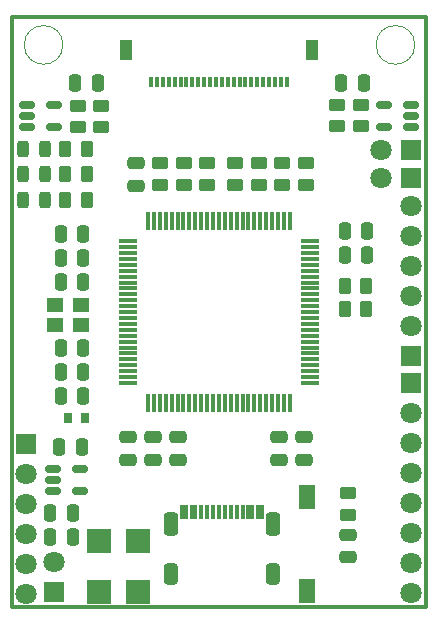
<source format=gbr>
%TF.GenerationSoftware,KiCad,Pcbnew,(5.99.0-12605-g2e120528c8)*%
%TF.CreationDate,2021-09-29T20:44:57+08:00*%
%TF.ProjectId,openmv4,6f70656e-6d76-4342-9e6b-696361645f70,rev?*%
%TF.SameCoordinates,Original*%
%TF.FileFunction,Soldermask,Top*%
%TF.FilePolarity,Negative*%
%FSLAX46Y46*%
G04 Gerber Fmt 4.6, Leading zero omitted, Abs format (unit mm)*
G04 Created by KiCad (PCBNEW (5.99.0-12605-g2e120528c8)) date 2021-09-29 20:44:57*
%MOMM*%
%LPD*%
G01*
G04 APERTURE LIST*
G04 Aperture macros list*
%AMRoundRect*
0 Rectangle with rounded corners*
0 $1 Rounding radius*
0 $2 $3 $4 $5 $6 $7 $8 $9 X,Y pos of 4 corners*
0 Add a 4 corners polygon primitive as box body*
4,1,4,$2,$3,$4,$5,$6,$7,$8,$9,$2,$3,0*
0 Add four circle primitives for the rounded corners*
1,1,$1+$1,$2,$3*
1,1,$1+$1,$4,$5*
1,1,$1+$1,$6,$7*
1,1,$1+$1,$8,$9*
0 Add four rect primitives between the rounded corners*
20,1,$1+$1,$2,$3,$4,$5,0*
20,1,$1+$1,$4,$5,$6,$7,0*
20,1,$1+$1,$6,$7,$8,$9,0*
20,1,$1+$1,$8,$9,$2,$3,0*%
G04 Aperture macros list end*
%TA.AperFunction,Profile*%
%ADD10C,0.100000*%
%TD*%
%TA.AperFunction,Profile*%
%ADD11C,0.300000*%
%TD*%
%ADD12RoundRect,0.250000X0.450000X-0.262500X0.450000X0.262500X-0.450000X0.262500X-0.450000X-0.262500X0*%
%ADD13RoundRect,0.250000X0.250000X0.475000X-0.250000X0.475000X-0.250000X-0.475000X0.250000X-0.475000X0*%
%ADD14RoundRect,0.250000X-0.250000X-0.475000X0.250000X-0.475000X0.250000X0.475000X-0.250000X0.475000X0*%
%ADD15RoundRect,0.150000X-0.512500X-0.150000X0.512500X-0.150000X0.512500X0.150000X-0.512500X0.150000X0*%
%ADD16R,1.800000X1.800000*%
%ADD17C,1.800000*%
%ADD18R,2.000000X2.000000*%
%ADD19R,1.380010X2.000000*%
%ADD20R,1.100000X1.800000*%
%ADD21R,0.300000X0.900000*%
%ADD22RoundRect,0.250000X-0.475000X0.250000X-0.475000X-0.250000X0.475000X-0.250000X0.475000X0.250000X0*%
%ADD23RoundRect,0.250000X0.475000X-0.250000X0.475000X0.250000X-0.475000X0.250000X-0.475000X-0.250000X0*%
%ADD24RoundRect,0.250000X-0.450000X0.262500X-0.450000X-0.262500X0.450000X-0.262500X0.450000X0.262500X0*%
%ADD25RoundRect,0.243750X0.243750X0.456250X-0.243750X0.456250X-0.243750X-0.456250X0.243750X-0.456250X0*%
%ADD26RoundRect,0.250000X0.262500X0.450000X-0.262500X0.450000X-0.262500X-0.450000X0.262500X-0.450000X0*%
%ADD27RoundRect,0.300000X-0.300000X-0.600000X0.300000X-0.600000X0.300000X0.600000X-0.300000X0.600000X0*%
%ADD28RoundRect,0.300000X-0.300000X-0.700000X0.300000X-0.700000X0.300000X0.700000X-0.300000X0.700000X0*%
%ADD29R,0.300000X1.300000*%
%ADD30R,1.400000X1.200000*%
%ADD31R,0.800000X0.864010*%
%ADD32RoundRect,0.250000X-0.262500X-0.450000X0.262500X-0.450000X0.262500X0.450000X-0.262500X0.450000X0*%
%ADD33RoundRect,0.075000X-0.725000X-0.075000X0.725000X-0.075000X0.725000X0.075000X-0.725000X0.075000X0*%
%ADD34RoundRect,0.075000X-0.075000X-0.725000X0.075000X-0.725000X0.075000X0.725000X-0.075000X0.725000X0*%
%ADD35RoundRect,0.150000X0.512500X0.150000X-0.512500X0.150000X-0.512500X-0.150000X0.512500X-0.150000X0*%
G04 APERTURE END LIST*
D10*
X134716772Y-68757800D02*
G75*
G03*
X134716772Y-68757800I-1635886J0D01*
G01*
D11*
X100634800Y-66382800D02*
X135634800Y-66382800D01*
X135634800Y-116382800D02*
X135634800Y-66382800D01*
X100634800Y-116382800D02*
X100634800Y-66382800D01*
X100634800Y-116382800D02*
X135634800Y-116382800D01*
D10*
X104927400Y-68757800D02*
G75*
G03*
X104927400Y-68757800I-1635886J0D01*
G01*
D12*
%TO.C,R11*%
X115138200Y-80623100D03*
X115138200Y-78798100D03*
%TD*%
D13*
%TO.C,C18*%
X106537800Y-102793800D03*
X104637800Y-102793800D03*
%TD*%
D14*
%TO.C,C1*%
X104764800Y-96443800D03*
X106664800Y-96443800D03*
%TD*%
D15*
%TO.C,U5*%
X104069300Y-104637800D03*
X104069300Y-105587800D03*
X104069300Y-106537800D03*
X106344300Y-106537800D03*
X106344300Y-104637800D03*
%TD*%
D16*
%TO.C,J2*%
X134416800Y-95084800D03*
D17*
X134416800Y-92544800D03*
X134416800Y-90004800D03*
X134416800Y-87464800D03*
X134416800Y-84924800D03*
X134416800Y-82384800D03*
%TD*%
D16*
%TO.C,J5*%
X134364800Y-77673200D03*
D17*
X131824800Y-77673200D03*
%TD*%
D13*
%TO.C,C9*%
X106664800Y-98475800D03*
X104764800Y-98475800D03*
%TD*%
D18*
%TO.C,D5*%
X111306610Y-110722950D03*
X111306610Y-115123090D03*
%TD*%
D19*
%TO.C,SW1*%
X125631780Y-115000780D03*
X125631780Y-107000800D03*
%TD*%
D20*
%TO.C,F1*%
X126035410Y-69195090D03*
X110235390Y-69195090D03*
D21*
X123885380Y-71895030D03*
X123385380Y-71895030D03*
X122885380Y-71895030D03*
X122385380Y-71895030D03*
X121885380Y-71895030D03*
X121385380Y-71895030D03*
X120885380Y-71895030D03*
X120385380Y-71895030D03*
X119885390Y-71895030D03*
X119385390Y-71895030D03*
X118885390Y-71895030D03*
X118385390Y-71895030D03*
X117885390Y-71895030D03*
X117385360Y-71895030D03*
X116885370Y-71895030D03*
X116385370Y-71895030D03*
X115885370Y-71895030D03*
X115385370Y-71895030D03*
X114885370Y-71895030D03*
X114385370Y-71895030D03*
X113885370Y-71895030D03*
X113385370Y-71895030D03*
X112885370Y-71895030D03*
X112385370Y-71895030D03*
%TD*%
D16*
%TO.C,J4*%
X104190800Y-115112800D03*
D17*
X104190800Y-112572800D03*
%TD*%
D22*
%TO.C,C2*%
X111150400Y-78780600D03*
X111150400Y-80680600D03*
%TD*%
D13*
%TO.C,C20*%
X107858600Y-72009000D03*
X105958600Y-72009000D03*
%TD*%
D23*
%TO.C,C5*%
X112572800Y-103870800D03*
X112572800Y-101970800D03*
%TD*%
D24*
%TO.C,R7*%
X119532400Y-78798100D03*
X119532400Y-80623100D03*
%TD*%
D22*
%TO.C,C12*%
X123190000Y-101970800D03*
X123190000Y-103870800D03*
%TD*%
D12*
%TO.C,R13*%
X129082800Y-108532300D03*
X129082800Y-106707300D03*
%TD*%
D16*
%TO.C,J6*%
X134364800Y-80035400D03*
D17*
X131824800Y-80035400D03*
%TD*%
D25*
%TO.C,D2*%
X103426500Y-79705200D03*
X101551500Y-79705200D03*
%TD*%
D23*
%TO.C,C4*%
X125323600Y-103870800D03*
X125323600Y-101970800D03*
%TD*%
D26*
%TO.C,R3*%
X106957500Y-79705200D03*
X105132500Y-79705200D03*
%TD*%
%TO.C,R2*%
X106957500Y-77546200D03*
X105132500Y-77546200D03*
%TD*%
D27*
%TO.C,U8*%
X122710760Y-113521270D03*
X114070800Y-113521270D03*
D28*
X122710760Y-109341280D03*
X114070800Y-109341280D03*
D29*
X114990790Y-108272790D03*
X115830770Y-108272760D03*
X117140850Y-108272810D03*
X118140850Y-108272810D03*
X118640720Y-108272790D03*
X119640460Y-108272810D03*
X120940760Y-108272690D03*
X121792400Y-108272690D03*
X121440690Y-108272710D03*
X120630760Y-108272740D03*
X120140840Y-108272810D03*
X119140840Y-108272810D03*
X117640720Y-108272790D03*
X116640720Y-108272810D03*
X116150680Y-108272690D03*
X115340800Y-108272790D03*
%TD*%
D13*
%TO.C,C13*%
X106664800Y-88823800D03*
X104764800Y-88823800D03*
%TD*%
D14*
%TO.C,C19*%
X128488400Y-71958200D03*
X130388400Y-71958200D03*
%TD*%
%TO.C,C7*%
X104764800Y-84759800D03*
X106664800Y-84759800D03*
%TD*%
D13*
%TO.C,C16*%
X105775800Y-108381800D03*
X103875800Y-108381800D03*
%TD*%
D22*
%TO.C,C8*%
X110464600Y-101970800D03*
X110464600Y-103870800D03*
%TD*%
%TO.C,C14*%
X114681000Y-101970800D03*
X114681000Y-103870800D03*
%TD*%
D25*
%TO.C,D3*%
X103426500Y-81864200D03*
X101551500Y-81864200D03*
%TD*%
D14*
%TO.C,C10*%
X128798600Y-86512400D03*
X130698600Y-86512400D03*
%TD*%
D24*
%TO.C,R17*%
X108184800Y-73910300D03*
X108184800Y-75735300D03*
%TD*%
D26*
%TO.C,R9*%
X130604900Y-89179400D03*
X128779900Y-89179400D03*
%TD*%
D12*
%TO.C,R1*%
X117119400Y-80617700D03*
X117119400Y-78792700D03*
%TD*%
D30*
%TO.C,Y1*%
X104233820Y-92492530D03*
X104233880Y-90742620D03*
X106433770Y-92492530D03*
X106433720Y-90742570D03*
%TD*%
D24*
%TO.C,R6*%
X123494800Y-78798100D03*
X123494800Y-80623100D03*
%TD*%
%TO.C,R5*%
X125501400Y-78798100D03*
X125501400Y-80623100D03*
%TD*%
D14*
%TO.C,C11*%
X104764800Y-94411800D03*
X106664800Y-94411800D03*
%TD*%
D26*
%TO.C,R4*%
X106957500Y-81864200D03*
X105132500Y-81864200D03*
%TD*%
D15*
%TO.C,U7*%
X101919800Y-73827600D03*
X101919800Y-74777600D03*
X101919800Y-75727600D03*
X104194800Y-75727600D03*
X104194800Y-73827600D03*
%TD*%
D12*
%TO.C,R12*%
X113157000Y-80623100D03*
X113157000Y-78798100D03*
%TD*%
D31*
%TO.C,L1*%
X106781960Y-100338920D03*
X105382160Y-100338920D03*
%TD*%
D22*
%TO.C,C17*%
X129082800Y-110225800D03*
X129082800Y-112125800D03*
%TD*%
D16*
%TO.C,J1*%
X101777800Y-102539800D03*
D17*
X101777800Y-105079800D03*
X101777800Y-107619800D03*
X101777800Y-110159800D03*
X101777800Y-112699800D03*
X101777800Y-115239800D03*
%TD*%
D32*
%TO.C,R8*%
X128779900Y-91135200D03*
X130604900Y-91135200D03*
%TD*%
D24*
%TO.C,R16*%
X106174800Y-73910300D03*
X106174800Y-75735300D03*
%TD*%
%TO.C,R15*%
X128141800Y-73839700D03*
X128141800Y-75664700D03*
%TD*%
D33*
%TO.C,U2*%
X110459800Y-85382800D03*
X110459800Y-85882800D03*
X110459800Y-86382800D03*
X110459800Y-86882800D03*
X110459800Y-87382800D03*
X110459800Y-87882800D03*
X110459800Y-88382800D03*
X110459800Y-88882800D03*
X110459800Y-89382800D03*
X110459800Y-89882800D03*
X110459800Y-90382800D03*
X110459800Y-90882800D03*
X110459800Y-91382800D03*
X110459800Y-91882800D03*
X110459800Y-92382800D03*
X110459800Y-92882800D03*
X110459800Y-93382800D03*
X110459800Y-93882800D03*
X110459800Y-94382800D03*
X110459800Y-94882800D03*
X110459800Y-95382800D03*
X110459800Y-95882800D03*
X110459800Y-96382800D03*
X110459800Y-96882800D03*
X110459800Y-97382800D03*
D34*
X112134800Y-99057800D03*
X112634800Y-99057800D03*
X113134800Y-99057800D03*
X113634800Y-99057800D03*
X114134800Y-99057800D03*
X114634800Y-99057800D03*
X115134800Y-99057800D03*
X115634800Y-99057800D03*
X116134800Y-99057800D03*
X116634800Y-99057800D03*
X117134800Y-99057800D03*
X117634800Y-99057800D03*
X118134800Y-99057800D03*
X118634800Y-99057800D03*
X119134800Y-99057800D03*
X119634800Y-99057800D03*
X120134800Y-99057800D03*
X120634800Y-99057800D03*
X121134800Y-99057800D03*
X121634800Y-99057800D03*
X122134800Y-99057800D03*
X122634800Y-99057800D03*
X123134800Y-99057800D03*
X123634800Y-99057800D03*
X124134800Y-99057800D03*
D33*
X125809800Y-97382800D03*
X125809800Y-96882800D03*
X125809800Y-96382800D03*
X125809800Y-95882800D03*
X125809800Y-95382800D03*
X125809800Y-94882800D03*
X125809800Y-94382800D03*
X125809800Y-93882800D03*
X125809800Y-93382800D03*
X125809800Y-92882800D03*
X125809800Y-92382800D03*
X125809800Y-91882800D03*
X125809800Y-91382800D03*
X125809800Y-90882800D03*
X125809800Y-90382800D03*
X125809800Y-89882800D03*
X125809800Y-89382800D03*
X125809800Y-88882800D03*
X125809800Y-88382800D03*
X125809800Y-87882800D03*
X125809800Y-87382800D03*
X125809800Y-86882800D03*
X125809800Y-86382800D03*
X125809800Y-85882800D03*
X125809800Y-85382800D03*
D34*
X124134800Y-83707800D03*
X123634800Y-83707800D03*
X123134800Y-83707800D03*
X122634800Y-83707800D03*
X122134800Y-83707800D03*
X121634800Y-83707800D03*
X121134800Y-83707800D03*
X120634800Y-83707800D03*
X120134800Y-83707800D03*
X119634800Y-83707800D03*
X119134800Y-83707800D03*
X118634800Y-83707800D03*
X118134800Y-83707800D03*
X117634800Y-83707800D03*
X117134800Y-83707800D03*
X116634800Y-83707800D03*
X116134800Y-83707800D03*
X115634800Y-83707800D03*
X115134800Y-83707800D03*
X114634800Y-83707800D03*
X114134800Y-83707800D03*
X113634800Y-83707800D03*
X113134800Y-83707800D03*
X112634800Y-83707800D03*
X112134800Y-83707800D03*
%TD*%
D24*
%TO.C,R10*%
X121513600Y-78798100D03*
X121513600Y-80623100D03*
%TD*%
D14*
%TO.C,C6*%
X104764800Y-86791800D03*
X106664800Y-86791800D03*
%TD*%
D16*
%TO.C,J3*%
X134416800Y-97345500D03*
D17*
X134416800Y-99885500D03*
X134416800Y-102425500D03*
X134416800Y-104965500D03*
X134416800Y-107505500D03*
X134416800Y-110045500D03*
X134416800Y-112585500D03*
X134416800Y-115125500D03*
%TD*%
D13*
%TO.C,C3*%
X130698600Y-84480400D03*
X128798600Y-84480400D03*
%TD*%
D24*
%TO.C,R14*%
X130124800Y-73840300D03*
X130124800Y-75665300D03*
%TD*%
D35*
%TO.C,U6*%
X134359300Y-75714800D03*
X134359300Y-74764800D03*
X134359300Y-73814800D03*
X132084300Y-73814800D03*
X132084300Y-75714800D03*
%TD*%
D18*
%TO.C,D4*%
X108004610Y-110722950D03*
X108004610Y-115123090D03*
%TD*%
D13*
%TO.C,C15*%
X105775800Y-110413800D03*
X103875800Y-110413800D03*
%TD*%
D25*
%TO.C,D1*%
X103426500Y-77546200D03*
X101551500Y-77546200D03*
%TD*%
M02*

</source>
